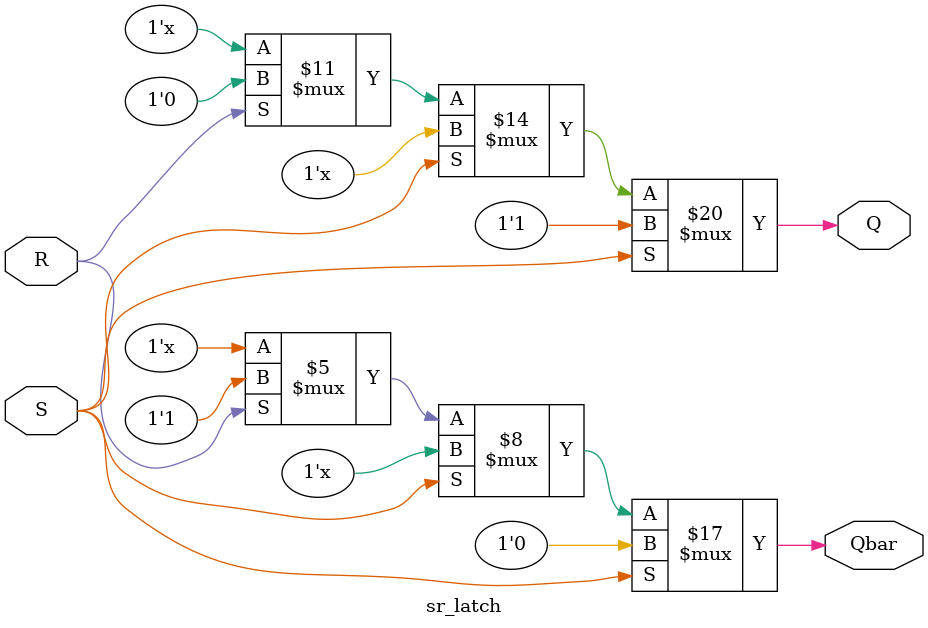
<source format=v>
 module sr_latch(input S, R, output reg Q, Qbar);
 
  always@(*) begin
    if(S == 1'b1) begin
	    Q = 1'b1;
		Qbar = 1'b0;
	end
	else if (R == 1'b1) begin
		Q = 1'b0;
		Qbar = 1'b1;  	
	end 
  end
 
 endmodule

</source>
